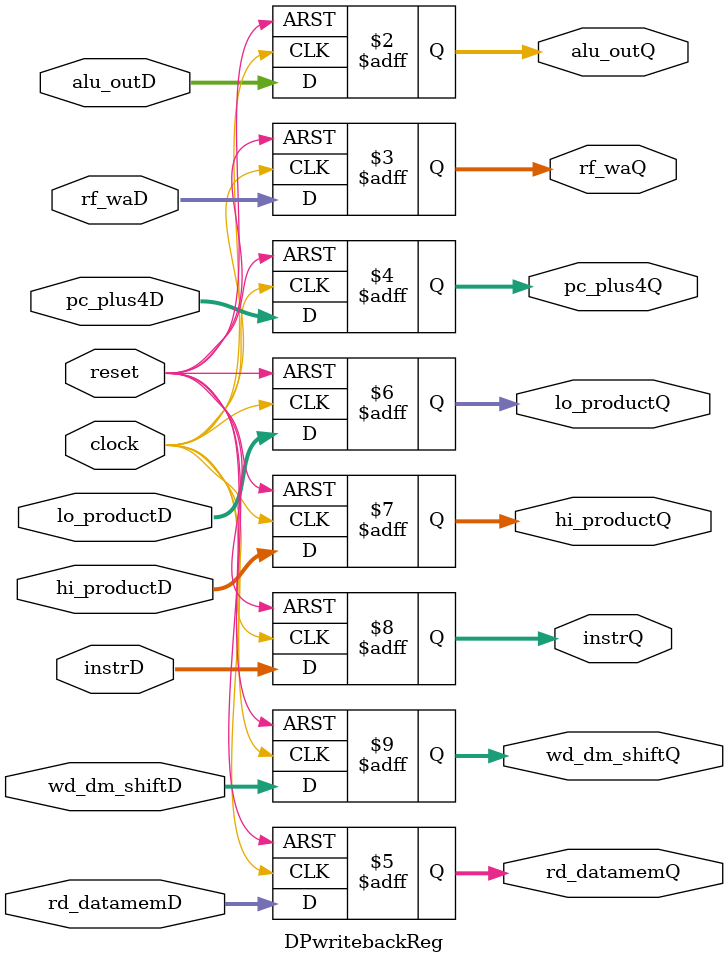
<source format=v>
`timescale 1ns / 1ps

module DPwritebackReg(
        input wire clock,
        input wire reset,
        input wire [31:0] alu_outD,
        input wire [4:0] rf_waD,
        input wire [31:0] pc_plus4D,
        input wire [31:0] rd_datamemD,
        input wire [31:0] lo_productD,
        input wire [31:0] hi_productD,
        input wire [31:0] instrD,
        input wire [31:0] wd_dm_shiftD,
        output reg [31:0] alu_outQ,
        output reg [4:0] rf_waQ,
        output reg [31:0] pc_plus4Q,
        output reg [31:0] rd_datamemQ,
        output reg [31:0] lo_productQ,
        output reg [31:0] hi_productQ,
        output reg [31:0] instrQ,
        output reg [31:0] wd_dm_shiftQ
    );
        always @ (posedge clock, posedge reset) begin
            if (reset) begin
                alu_outQ <= 0;
                rf_waQ <= 0;
                pc_plus4Q <= 0;
                rd_datamemQ <= 0;
                lo_productQ <= 0;
                hi_productQ <= 0;
                instrQ <= 0;
                wd_dm_shiftQ <= 0;
            end
            else begin
                alu_outQ <= alu_outD;
                rf_waQ <= rf_waD;
                pc_plus4Q <= pc_plus4D;
                rd_datamemQ <= rd_datamemD;
                lo_productQ <= lo_productD;
                hi_productQ <= hi_productD;
                instrQ <= instrD;
                wd_dm_shiftQ <= wd_dm_shiftD;
            end
        end
endmodule
</source>
